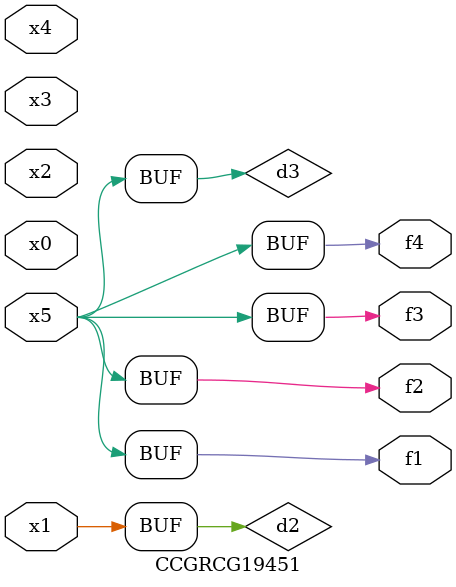
<source format=v>
module CCGRCG19451(
	input x0, x1, x2, x3, x4, x5,
	output f1, f2, f3, f4
);

	wire d1, d2, d3;

	not (d1, x5);
	or (d2, x1);
	xnor (d3, d1);
	assign f1 = d3;
	assign f2 = d3;
	assign f3 = d3;
	assign f4 = d3;
endmodule

</source>
